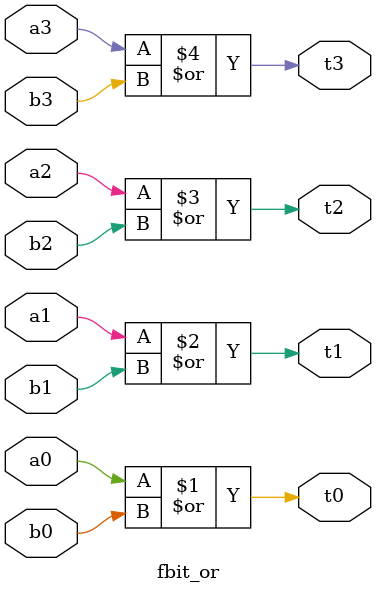
<source format=v>
`timescale 1ns / 1ps
module fbit_or(a0,a1,a2,a3,b0,b1,b2,b3,t0,t1,t2,t3);
input a0,a1,a2,a3,b0,b1,b2,b3;
output t0,t1,t2,t3;

or o1(t0,a0,b0);
or o2(t1,a1,b1);
or o3(t2,a2,b2);
or o4(t3,a3,b3);
endmodule

</source>
